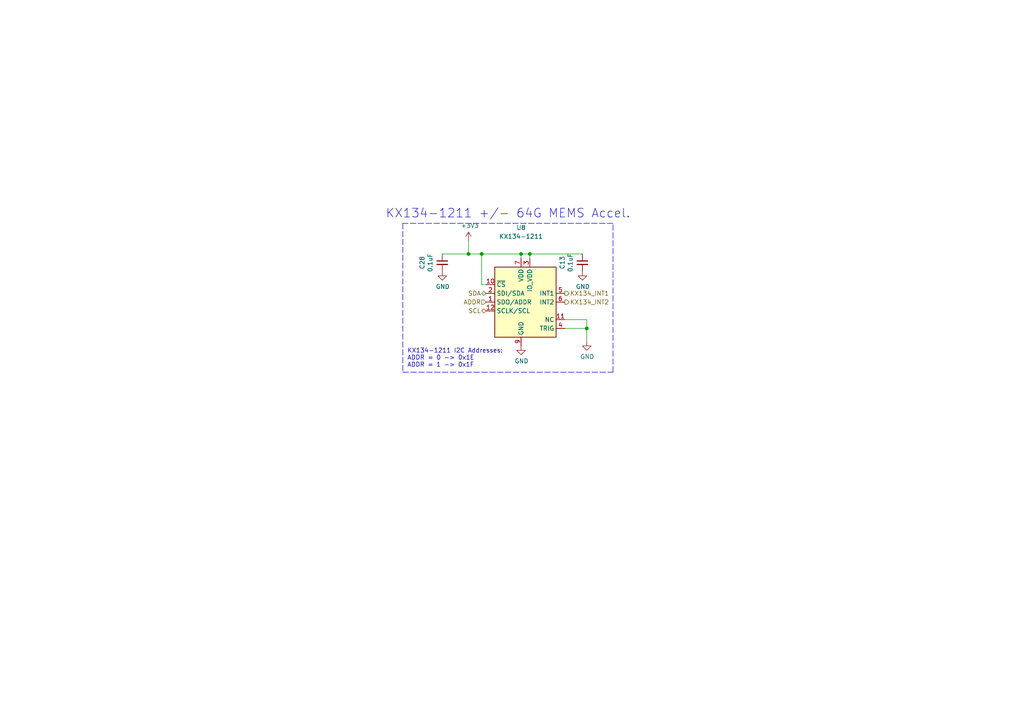
<source format=kicad_sch>
(kicad_sch (version 20211123) (generator eeschema)
  (paper "A4")
  (title_block (title "ICM-20948 MEMS Chip") (date "2021-12-06") (rev "v1.0.4") (company "Missouri S&T Rocket Design Team '21 (Thomas Francois)") (comment 1 "https://github.com/MSTRocketDesignTeam/Avionics-Data-Collection-PCB") (comment 2 "Intended as initial pre-production design") (comment 3 "Schematic depicting logical connections between components"))
  (lib_symbols
    (symbol "Data_Collection_KiCAD_Project-rescue:+3.3V-power-Data_Collection_KiCAD_Project-rescue" (power) (pin_names (offset 0))
      (property "Value" "Data_Collection_KiCAD_Project-rescue_+3.3V-power-Data_Collection_KiCAD_Project-rescue" (at 0 3.556 0))
      (symbol "+3.3V-power-Data_Collection_KiCAD_Project-rescue_0_1"
        (polyline (pts (xy -0.762 1.27) (xy 0 2.54)))
        (polyline (pts (xy 0 0) (xy 0 2.54)))
        (polyline (pts (xy 0 2.54) (xy 0.762 1.27)))
      )
      (symbol "+3.3V-power-Data_Collection_KiCAD_Project-rescue_1_1"
        (pin power_in line (at 0 0 90) (length 0) hide (name "+3V3") (number "1"))
      )
    )
    (symbol "Data_Collection_KiCAD_Project-rescue:C_Small-Device-Data_Collection_KiCAD_Project-rescue" (pin_numbers hide) (pin_names (offset 0.254) hide)
      (property "Reference" "C" (at 0.254 1.778 0))
      (property "Value" "Data_Collection_KiCAD_Project-rescue_C_Small-Device-Data_Collection_KiCAD_Project-rescue" (at 0.254 -2.032 0))
      (symbol "C_Small-Device-Data_Collection_KiCAD_Project-rescue_0_1"
        (polyline (pts (xy -1.524 -0.508) (xy 1.524 -0.508)) (stroke (width 0.3302)))
        (polyline (pts (xy -1.524 0.508) (xy 1.524 0.508)) (stroke (width 0.3048)))
      )
      (symbol "C_Small-Device-Data_Collection_KiCAD_Project-rescue_1_1"
        (pin passive line (at 0 2.54 270) (length 2.032) (name "~") (number "1"))
        (pin passive line (at 0 -2.54 90) (length 2.032) (name "~") (number "2"))
      )
    )
    (symbol "Data_Collection_KiCAD_Project-rescue:GND-power-Data_Collection_KiCAD_Project-rescue" (power) (pin_names (offset 0))
      (property "Value" "Data_Collection_KiCAD_Project-rescue_GND-power-Data_Collection_KiCAD_Project-rescue" (at 0 -3.81 0))
      (symbol "GND-power-Data_Collection_KiCAD_Project-rescue_0_1"
        (polyline (pts (xy 0 0) (xy 0 -1.27) (xy 1.27 -1.27) (xy 0 -2.54) (xy -1.27 -1.27) (xy 0 -1.27)))
      )
      (symbol "GND-power-Data_Collection_KiCAD_Project-rescue_1_1"
        (pin power_in line (at 0 0 270) (length 0) hide (name "GND") (number "1"))
      )
    )
    (symbol "Data_Collection_KiCAD_Project-rescue:KX122-1042-Sensor_Motion-Data_Collection_KiCAD_Project-rescue"
      (property "Reference" "U" (at -5.08 11.43 0))
      (property "Value" "Data_Collection_KiCAD_Project-rescue_KX122-1042-Sensor_Motion-Data_Collection_KiCAD_Project-rescue" (at 3.81 11.43 0))
      (symbol "KX122-1042-Sensor_Motion-Data_Collection_KiCAD_Project-rescue_0_1"
        (rectangle (start -7.62 10.16) (end 10.16 -10.16) (stroke (width 0.254)) (fill (type background)))
      )
      (symbol "KX122-1042-Sensor_Motion-Data_Collection_KiCAD_Project-rescue_1_1"
        (pin bidirectional line (at -10.16 0 0) (length 2.54) (name "SDO/ADDR") (number "1"))
        (pin input line (at -10.16 5.08 0) (length 2.54) (name "~{CS}") (number "10"))
        (pin passive line (at 12.7 -5.08 180) (length 2.54) (name "NC") (number "11"))
        (pin input line (at -10.16 -2.54 0) (length 2.54) (name "SCLK/SCL") (number "12"))
        (pin bidirectional line (at -10.16 2.54 0) (length 2.54) (name "SDI/SDA") (number "2"))
        (pin power_in line (at 2.54 12.7 270) (length 2.54) (name "IO_VDD") (number "3"))
        (pin input line (at 12.7 -7.62 180) (length 2.54) (name "TRIG") (number "4"))
        (pin output line (at 12.7 2.54 180) (length 2.54) (name "INT1") (number "5"))
        (pin output line (at 12.7 0 180) (length 2.54) (name "INT2") (number "6"))
        (pin power_in line (at 0 12.7 270) (length 2.54) (name "VDD") (number "7"))
        (pin power_in line (at 0 -12.7 90) (length 2.54) (name "GND") (number "9"))
      )
    )
  )
  (junction (at 153.67 73.66))
  (junction (at 135.89 73.66))
  (junction (at 139.7 73.66))
  (junction (at 170.18 95.25))
  (junction (at 151.13 73.66))
  (wire (pts (xy 140.97 82.55) (xy 139.7 82.55)))
  (wire (pts (xy 170.18 95.25) (xy 163.83 95.25)))
  (wire (pts (xy 170.18 99.06) (xy 170.18 95.25)))
  (wire (pts (xy 128.27 73.66) (xy 135.89 73.66)))
  (wire (pts (xy 139.7 82.55) (xy 139.7 73.66)))
  (wire (pts (xy 153.67 74.93) (xy 153.67 73.66)))
  (wire (pts (xy 163.83 92.71) (xy 170.18 92.71)))
  (wire (pts (xy 135.89 73.66) (xy 139.7 73.66)))
  (wire (pts (xy 151.13 73.66) (xy 153.67 73.66)))
  (wire (pts (xy 153.67 73.66) (xy 168.91 73.66)))
  (wire (pts (xy 151.13 74.93) (xy 151.13 73.66)))
  (polyline (pts (xy 177.8 107.95) (xy 177.8 64.77)))
  (wire (pts (xy 135.89 69.85) (xy 135.89 73.66)))
  (polyline (pts (xy 116.84 64.77) (xy 116.84 107.95)))
  (wire (pts (xy 139.7 73.66) (xy 151.13 73.66)))
  (wire (pts (xy 170.18 92.71) (xy 170.18 95.25)))
  (polyline (pts (xy 116.84 107.95) (xy 177.8 107.95)))
  (polyline (pts (xy 177.8 64.77) (xy 116.84 64.77)))
  (text "KX134-1211 I2C Addresses:\nADDR = 0 -> 0x1E\nADDR = 1 -> 0x1F" (at 118.11 106.68 0) (effects (font (size 1.27 1.27)) (justify left bottom)))
  (text "KX134-1211 +/- 64G MEMS Accel." (at 182.88 63.5 180) (effects (font (size 2.54 2.54)) (justify right bottom)))
  (hierarchical_label "ADDR" (shape input) (at 140.97 87.63 180))
  (hierarchical_label "SCL" (shape bidirectional) (at 140.97 90.17 180))
  (hierarchical_label "KX134_INT1" (shape output) (at 163.83 85.09 0))
  (hierarchical_label "SDA" (shape bidirectional) (at 140.97 85.09 180))
  (hierarchical_label "KX134_INT2" (shape output) (at 163.83 87.63 0))
  (symbol (lib_id "Data_Collection_KiCAD_Project-rescue:KX122-1042-Sensor_Motion-Data_Collection_KiCAD_Project-rescue") (at 151.13 87.63 0) (unit 1)
    (property "Reference" "U8" (at 151.13 66.04 0))
    (property "Value" "KX134-1211" (at 151.13 68.58 0))
    (property "Footprint" "Package_LGA:LGA-12_2x2mm_P0.5mm" (effects hide))
    (property "Datasheet" "https://www.mouser.com/datasheet/2/348/KX134-1211-Specifications-Rev-1.0-1659717.pdf" (effects hide))
    (property "Digikey" "https://www.digikey.com/en/products/detail/rohm-semiconductor/KX134-1211/10488055" (effects hide))
  )
  (symbol (lib_id "Data_Collection_KiCAD_Project-rescue:GND-power-Data_Collection_KiCAD_Project-rescue") (at 151.13 100.33 0) (unit 1)
    (property "Reference" "#PWR044" (effects hide))
    (property "Value" "GND" (at 151.257 104.7242 0))
  )
  (symbol (lib_id "Data_Collection_KiCAD_Project-rescue:+3.3V-power-Data_Collection_KiCAD_Project-rescue") (at 135.89 69.85 0) (unit 1)
    (property "Reference" "#PWR043" (effects hide))
    (property "Value" "+3.3V" (at 136.271 65.4558 0))
  )
  (symbol (lib_id "Data_Collection_KiCAD_Project-rescue:C_Small-Device-Data_Collection_KiCAD_Project-rescue") (at 168.91 76.2 0) (unit 1)
    (property "Reference" "C13" (at 163.0934 76.2 90))
    (property "Value" "0.1uF" (at 165.4048 76.2 90))
    (property "Footprint" "Capacitor_SMD:C_0603_1608Metric_Pad1.08x0.95mm_HandSolder" (effects hide))
  )
  (symbol (lib_id "Data_Collection_KiCAD_Project-rescue:GND-power-Data_Collection_KiCAD_Project-rescue") (at 168.91 78.74 0) (unit 1)
    (property "Reference" "#PWR045" (effects hide))
    (property "Value" "GND" (at 169.037 83.1342 0))
  )
  (symbol (lib_id "Data_Collection_KiCAD_Project-rescue:GND-power-Data_Collection_KiCAD_Project-rescue") (at 170.18 99.06 0) (unit 1)
    (property "Reference" "#PWR046" (effects hide))
    (property "Value" "GND" (at 170.307 103.4542 0))
  )
  (symbol (lib_id "Data_Collection_KiCAD_Project-rescue:C_Small-Device-Data_Collection_KiCAD_Project-rescue") (at 128.27 76.2 0) (unit 1)
    (property "Reference" "C28" (at 122.4534 76.2 90))
    (property "Value" "0.1uF" (at 124.7648 76.2 90))
    (property "Footprint" "Capacitor_SMD:C_0603_1608Metric_Pad1.08x0.95mm_HandSolder" (effects hide))
  )
  (symbol (lib_id "Data_Collection_KiCAD_Project-rescue:GND-power-Data_Collection_KiCAD_Project-rescue") (at 128.27 78.74 0) (unit 1)
    (property "Reference" "#PWR063" (effects hide))
    (property "Value" "GND" (at 128.397 83.1342 0))
  )
)
</source>
